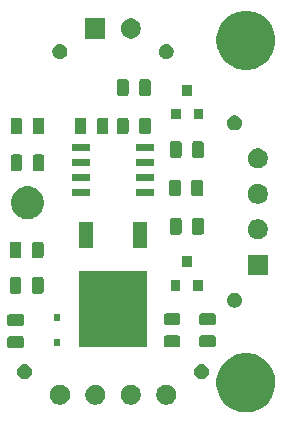
<source format=gbr>
G04 #@! TF.GenerationSoftware,KiCad,Pcbnew,(5.0.2)-1*
G04 #@! TF.CreationDate,2019-03-07T22:37:32-06:00*
G04 #@! TF.ProjectId,Contactor,436f6e74-6163-4746-9f72-2e6b69636164,rev?*
G04 #@! TF.SameCoordinates,Original*
G04 #@! TF.FileFunction,Soldermask,Top*
G04 #@! TF.FilePolarity,Negative*
%FSLAX46Y46*%
G04 Gerber Fmt 4.6, Leading zero omitted, Abs format (unit mm)*
G04 Created by KiCad (PCBNEW (5.0.2)-1) date 3/7/2019 10:37:32 PM*
%MOMM*%
%LPD*%
G01*
G04 APERTURE LIST*
%ADD10C,0.100000*%
G04 APERTURE END LIST*
D10*
G36*
X173318225Y-127064049D02*
X173479223Y-127096074D01*
X173667677Y-127174134D01*
X173934193Y-127284528D01*
X174343660Y-127558126D01*
X174691874Y-127906340D01*
X174965472Y-128315807D01*
X175032430Y-128477459D01*
X175153926Y-128770777D01*
X175185951Y-128931775D01*
X175250000Y-129253770D01*
X175250000Y-129746230D01*
X175153926Y-130229222D01*
X174965472Y-130684193D01*
X174691874Y-131093660D01*
X174343660Y-131441874D01*
X173934193Y-131715472D01*
X173667677Y-131825866D01*
X173479223Y-131903926D01*
X173318225Y-131935951D01*
X172996230Y-132000000D01*
X172503770Y-132000000D01*
X172181775Y-131935951D01*
X172020777Y-131903926D01*
X171832323Y-131825866D01*
X171565807Y-131715472D01*
X171156340Y-131441874D01*
X170808126Y-131093660D01*
X170534528Y-130684193D01*
X170346074Y-130229222D01*
X170250000Y-129746230D01*
X170250000Y-129253770D01*
X170314049Y-128931775D01*
X170346074Y-128770777D01*
X170467570Y-128477459D01*
X170534528Y-128315807D01*
X170808126Y-127906340D01*
X171156340Y-127558126D01*
X171565807Y-127284528D01*
X171832323Y-127174134D01*
X172020777Y-127096074D01*
X172181775Y-127064049D01*
X172503770Y-127000000D01*
X172996230Y-127000000D01*
X173318225Y-127064049D01*
X173318225Y-127064049D01*
G37*
G36*
X166247934Y-129682664D02*
X166402627Y-129746740D01*
X166541847Y-129839764D01*
X166660236Y-129958153D01*
X166753260Y-130097373D01*
X166817336Y-130252066D01*
X166850000Y-130416281D01*
X166850000Y-130583719D01*
X166817336Y-130747934D01*
X166753260Y-130902627D01*
X166660236Y-131041847D01*
X166541847Y-131160236D01*
X166402627Y-131253260D01*
X166247934Y-131317336D01*
X166083719Y-131350000D01*
X165916281Y-131350000D01*
X165752066Y-131317336D01*
X165597373Y-131253260D01*
X165458153Y-131160236D01*
X165339764Y-131041847D01*
X165246740Y-130902627D01*
X165182664Y-130747934D01*
X165150000Y-130583719D01*
X165150000Y-130416281D01*
X165182664Y-130252066D01*
X165246740Y-130097373D01*
X165339764Y-129958153D01*
X165458153Y-129839764D01*
X165597373Y-129746740D01*
X165752066Y-129682664D01*
X165916281Y-129650000D01*
X166083719Y-129650000D01*
X166247934Y-129682664D01*
X166247934Y-129682664D01*
G37*
G36*
X157247934Y-129682664D02*
X157402627Y-129746740D01*
X157541847Y-129839764D01*
X157660236Y-129958153D01*
X157753260Y-130097373D01*
X157817336Y-130252066D01*
X157850000Y-130416281D01*
X157850000Y-130583719D01*
X157817336Y-130747934D01*
X157753260Y-130902627D01*
X157660236Y-131041847D01*
X157541847Y-131160236D01*
X157402627Y-131253260D01*
X157247934Y-131317336D01*
X157083719Y-131350000D01*
X156916281Y-131350000D01*
X156752066Y-131317336D01*
X156597373Y-131253260D01*
X156458153Y-131160236D01*
X156339764Y-131041847D01*
X156246740Y-130902627D01*
X156182664Y-130747934D01*
X156150000Y-130583719D01*
X156150000Y-130416281D01*
X156182664Y-130252066D01*
X156246740Y-130097373D01*
X156339764Y-129958153D01*
X156458153Y-129839764D01*
X156597373Y-129746740D01*
X156752066Y-129682664D01*
X156916281Y-129650000D01*
X157083719Y-129650000D01*
X157247934Y-129682664D01*
X157247934Y-129682664D01*
G37*
G36*
X163247934Y-129682664D02*
X163402627Y-129746740D01*
X163541847Y-129839764D01*
X163660236Y-129958153D01*
X163753260Y-130097373D01*
X163817336Y-130252066D01*
X163850000Y-130416281D01*
X163850000Y-130583719D01*
X163817336Y-130747934D01*
X163753260Y-130902627D01*
X163660236Y-131041847D01*
X163541847Y-131160236D01*
X163402627Y-131253260D01*
X163247934Y-131317336D01*
X163083719Y-131350000D01*
X162916281Y-131350000D01*
X162752066Y-131317336D01*
X162597373Y-131253260D01*
X162458153Y-131160236D01*
X162339764Y-131041847D01*
X162246740Y-130902627D01*
X162182664Y-130747934D01*
X162150000Y-130583719D01*
X162150000Y-130416281D01*
X162182664Y-130252066D01*
X162246740Y-130097373D01*
X162339764Y-129958153D01*
X162458153Y-129839764D01*
X162597373Y-129746740D01*
X162752066Y-129682664D01*
X162916281Y-129650000D01*
X163083719Y-129650000D01*
X163247934Y-129682664D01*
X163247934Y-129682664D01*
G37*
G36*
X160247934Y-129682664D02*
X160402627Y-129746740D01*
X160541847Y-129839764D01*
X160660236Y-129958153D01*
X160753260Y-130097373D01*
X160817336Y-130252066D01*
X160850000Y-130416281D01*
X160850000Y-130583719D01*
X160817336Y-130747934D01*
X160753260Y-130902627D01*
X160660236Y-131041847D01*
X160541847Y-131160236D01*
X160402627Y-131253260D01*
X160247934Y-131317336D01*
X160083719Y-131350000D01*
X159916281Y-131350000D01*
X159752066Y-131317336D01*
X159597373Y-131253260D01*
X159458153Y-131160236D01*
X159339764Y-131041847D01*
X159246740Y-130902627D01*
X159182664Y-130747934D01*
X159150000Y-130583719D01*
X159150000Y-130416281D01*
X159182664Y-130252066D01*
X159246740Y-130097373D01*
X159339764Y-129958153D01*
X159458153Y-129839764D01*
X159597373Y-129746740D01*
X159752066Y-129682664D01*
X159916281Y-129650000D01*
X160083719Y-129650000D01*
X160247934Y-129682664D01*
X160247934Y-129682664D01*
G37*
G36*
X154185223Y-127929403D02*
X154300784Y-127977270D01*
X154404792Y-128046766D01*
X154493234Y-128135208D01*
X154562730Y-128239216D01*
X154610597Y-128354777D01*
X154635000Y-128477459D01*
X154635000Y-128602541D01*
X154610597Y-128725223D01*
X154562730Y-128840784D01*
X154493234Y-128944792D01*
X154404792Y-129033234D01*
X154300784Y-129102730D01*
X154185223Y-129150597D01*
X154062542Y-129175000D01*
X153937458Y-129175000D01*
X153814777Y-129150597D01*
X153699216Y-129102730D01*
X153595208Y-129033234D01*
X153506766Y-128944792D01*
X153437270Y-128840784D01*
X153389403Y-128725223D01*
X153365000Y-128602541D01*
X153365000Y-128477459D01*
X153389403Y-128354777D01*
X153437270Y-128239216D01*
X153506766Y-128135208D01*
X153595208Y-128046766D01*
X153699216Y-127977270D01*
X153814777Y-127929403D01*
X153937458Y-127905000D01*
X154062542Y-127905000D01*
X154185223Y-127929403D01*
X154185223Y-127929403D01*
G37*
G36*
X169185223Y-127929403D02*
X169300784Y-127977270D01*
X169404792Y-128046766D01*
X169493234Y-128135208D01*
X169562730Y-128239216D01*
X169610597Y-128354777D01*
X169635000Y-128477459D01*
X169635000Y-128602541D01*
X169610597Y-128725223D01*
X169562730Y-128840784D01*
X169493234Y-128944792D01*
X169404792Y-129033234D01*
X169300784Y-129102730D01*
X169185223Y-129150597D01*
X169062542Y-129175000D01*
X168937458Y-129175000D01*
X168814777Y-129150597D01*
X168699216Y-129102730D01*
X168595208Y-129033234D01*
X168506766Y-128944792D01*
X168437270Y-128840784D01*
X168389403Y-128725223D01*
X168365000Y-128602541D01*
X168365000Y-128477459D01*
X168389403Y-128354777D01*
X168437270Y-128239216D01*
X168506766Y-128135208D01*
X168595208Y-128046766D01*
X168699216Y-127977270D01*
X168814777Y-127929403D01*
X168937458Y-127905000D01*
X169062542Y-127905000D01*
X169185223Y-127929403D01*
X169185223Y-127929403D01*
G37*
G36*
X153803992Y-125566576D02*
X153837883Y-125576857D01*
X153869111Y-125593548D01*
X153896485Y-125616015D01*
X153918952Y-125643389D01*
X153935643Y-125674617D01*
X153945924Y-125708508D01*
X153950000Y-125749891D01*
X153950000Y-126350109D01*
X153945924Y-126391492D01*
X153935643Y-126425383D01*
X153918952Y-126456611D01*
X153896485Y-126483985D01*
X153869111Y-126506452D01*
X153837883Y-126523143D01*
X153803992Y-126533424D01*
X153762609Y-126537500D01*
X152737391Y-126537500D01*
X152696008Y-126533424D01*
X152662117Y-126523143D01*
X152630889Y-126506452D01*
X152603515Y-126483985D01*
X152581048Y-126456611D01*
X152564357Y-126425383D01*
X152554076Y-126391492D01*
X152550000Y-126350109D01*
X152550000Y-125749891D01*
X152554076Y-125708508D01*
X152564357Y-125674617D01*
X152581048Y-125643389D01*
X152603515Y-125616015D01*
X152630889Y-125593548D01*
X152662117Y-125576857D01*
X152696008Y-125566576D01*
X152737391Y-125562500D01*
X153762609Y-125562500D01*
X153803992Y-125566576D01*
X153803992Y-125566576D01*
G37*
G36*
X170053194Y-125496906D02*
X170087085Y-125507187D01*
X170118313Y-125523878D01*
X170145687Y-125546345D01*
X170168154Y-125573719D01*
X170184845Y-125604947D01*
X170195126Y-125638838D01*
X170199202Y-125680221D01*
X170199202Y-126280439D01*
X170195126Y-126321822D01*
X170184845Y-126355713D01*
X170168154Y-126386941D01*
X170145687Y-126414315D01*
X170118313Y-126436782D01*
X170087085Y-126453473D01*
X170053194Y-126463754D01*
X170011811Y-126467830D01*
X168986593Y-126467830D01*
X168945210Y-126463754D01*
X168911319Y-126453473D01*
X168880091Y-126436782D01*
X168852717Y-126414315D01*
X168830250Y-126386941D01*
X168813559Y-126355713D01*
X168803278Y-126321822D01*
X168799202Y-126280439D01*
X168799202Y-125680221D01*
X168803278Y-125638838D01*
X168813559Y-125604947D01*
X168830250Y-125573719D01*
X168852717Y-125546345D01*
X168880091Y-125523878D01*
X168911319Y-125507187D01*
X168945210Y-125496906D01*
X168986593Y-125492830D01*
X170011811Y-125492830D01*
X170053194Y-125496906D01*
X170053194Y-125496906D01*
G37*
G36*
X167053992Y-125496906D02*
X167087883Y-125507187D01*
X167119111Y-125523878D01*
X167146485Y-125546345D01*
X167168952Y-125573719D01*
X167185643Y-125604947D01*
X167195924Y-125638838D01*
X167200000Y-125680221D01*
X167200000Y-126280439D01*
X167195924Y-126321822D01*
X167185643Y-126355713D01*
X167168952Y-126386941D01*
X167146485Y-126414315D01*
X167119111Y-126436782D01*
X167087883Y-126453473D01*
X167053992Y-126463754D01*
X167012609Y-126467830D01*
X165987391Y-126467830D01*
X165946008Y-126463754D01*
X165912117Y-126453473D01*
X165880889Y-126436782D01*
X165853515Y-126414315D01*
X165831048Y-126386941D01*
X165814357Y-126355713D01*
X165804076Y-126321822D01*
X165800000Y-126280439D01*
X165800000Y-125680221D01*
X165804076Y-125638838D01*
X165814357Y-125604947D01*
X165831048Y-125573719D01*
X165853515Y-125546345D01*
X165880889Y-125523878D01*
X165912117Y-125507187D01*
X165946008Y-125496906D01*
X165987391Y-125492830D01*
X167012609Y-125492830D01*
X167053992Y-125496906D01*
X167053992Y-125496906D01*
G37*
G36*
X164400000Y-126450000D02*
X158600000Y-126450000D01*
X158600000Y-120050000D01*
X164400000Y-120050000D01*
X164400000Y-126450000D01*
X164400000Y-126450000D01*
G37*
G36*
X156975000Y-126350000D02*
X156525000Y-126350000D01*
X156525000Y-125750000D01*
X156975000Y-125750000D01*
X156975000Y-126350000D01*
X156975000Y-126350000D01*
G37*
G36*
X153803992Y-123691576D02*
X153837883Y-123701857D01*
X153869111Y-123718548D01*
X153896485Y-123741015D01*
X153918952Y-123768389D01*
X153935643Y-123799617D01*
X153945924Y-123833508D01*
X153950000Y-123874891D01*
X153950000Y-124475109D01*
X153945924Y-124516492D01*
X153935643Y-124550383D01*
X153918952Y-124581611D01*
X153896485Y-124608985D01*
X153869111Y-124631452D01*
X153837883Y-124648143D01*
X153803992Y-124658424D01*
X153762609Y-124662500D01*
X152737391Y-124662500D01*
X152696008Y-124658424D01*
X152662117Y-124648143D01*
X152630889Y-124631452D01*
X152603515Y-124608985D01*
X152581048Y-124581611D01*
X152564357Y-124550383D01*
X152554076Y-124516492D01*
X152550000Y-124475109D01*
X152550000Y-123874891D01*
X152554076Y-123833508D01*
X152564357Y-123799617D01*
X152581048Y-123768389D01*
X152603515Y-123741015D01*
X152630889Y-123718548D01*
X152662117Y-123701857D01*
X152696008Y-123691576D01*
X152737391Y-123687500D01*
X153762609Y-123687500D01*
X153803992Y-123691576D01*
X153803992Y-123691576D01*
G37*
G36*
X170053194Y-123621906D02*
X170087085Y-123632187D01*
X170118313Y-123648878D01*
X170145687Y-123671345D01*
X170168154Y-123698719D01*
X170184845Y-123729947D01*
X170195126Y-123763838D01*
X170199202Y-123805221D01*
X170199202Y-124405439D01*
X170195126Y-124446822D01*
X170184845Y-124480713D01*
X170168154Y-124511941D01*
X170145687Y-124539315D01*
X170118313Y-124561782D01*
X170087085Y-124578473D01*
X170053194Y-124588754D01*
X170011811Y-124592830D01*
X168986593Y-124592830D01*
X168945210Y-124588754D01*
X168911319Y-124578473D01*
X168880091Y-124561782D01*
X168852717Y-124539315D01*
X168830250Y-124511941D01*
X168813559Y-124480713D01*
X168803278Y-124446822D01*
X168799202Y-124405439D01*
X168799202Y-123805221D01*
X168803278Y-123763838D01*
X168813559Y-123729947D01*
X168830250Y-123698719D01*
X168852717Y-123671345D01*
X168880091Y-123648878D01*
X168911319Y-123632187D01*
X168945210Y-123621906D01*
X168986593Y-123617830D01*
X170011811Y-123617830D01*
X170053194Y-123621906D01*
X170053194Y-123621906D01*
G37*
G36*
X167053992Y-123621906D02*
X167087883Y-123632187D01*
X167119111Y-123648878D01*
X167146485Y-123671345D01*
X167168952Y-123698719D01*
X167185643Y-123729947D01*
X167195924Y-123763838D01*
X167200000Y-123805221D01*
X167200000Y-124405439D01*
X167195924Y-124446822D01*
X167185643Y-124480713D01*
X167168952Y-124511941D01*
X167146485Y-124539315D01*
X167119111Y-124561782D01*
X167087883Y-124578473D01*
X167053992Y-124588754D01*
X167012609Y-124592830D01*
X165987391Y-124592830D01*
X165946008Y-124588754D01*
X165912117Y-124578473D01*
X165880889Y-124561782D01*
X165853515Y-124539315D01*
X165831048Y-124511941D01*
X165814357Y-124480713D01*
X165804076Y-124446822D01*
X165800000Y-124405439D01*
X165800000Y-123805221D01*
X165804076Y-123763838D01*
X165814357Y-123729947D01*
X165831048Y-123698719D01*
X165853515Y-123671345D01*
X165880889Y-123648878D01*
X165912117Y-123632187D01*
X165946008Y-123621906D01*
X165987391Y-123617830D01*
X167012609Y-123617830D01*
X167053992Y-123621906D01*
X167053992Y-123621906D01*
G37*
G36*
X156975000Y-124250000D02*
X156525000Y-124250000D01*
X156525000Y-123650000D01*
X156975000Y-123650000D01*
X156975000Y-124250000D01*
X156975000Y-124250000D01*
G37*
G36*
X171920948Y-121878607D02*
X171975223Y-121889403D01*
X172090784Y-121937270D01*
X172194792Y-122006766D01*
X172283234Y-122095208D01*
X172352730Y-122199216D01*
X172400597Y-122314777D01*
X172425000Y-122437459D01*
X172425000Y-122562541D01*
X172400597Y-122685223D01*
X172352730Y-122800784D01*
X172283234Y-122904792D01*
X172194792Y-122993234D01*
X172090784Y-123062730D01*
X171975223Y-123110597D01*
X171852542Y-123135000D01*
X171727458Y-123135000D01*
X171604777Y-123110597D01*
X171489216Y-123062730D01*
X171385208Y-122993234D01*
X171296766Y-122904792D01*
X171227270Y-122800784D01*
X171179403Y-122685223D01*
X171155000Y-122562541D01*
X171155000Y-122437459D01*
X171179403Y-122314777D01*
X171227270Y-122199216D01*
X171296766Y-122095208D01*
X171385208Y-122006766D01*
X171489216Y-121937270D01*
X171604777Y-121889403D01*
X171659052Y-121878607D01*
X171727458Y-121865000D01*
X171852542Y-121865000D01*
X171920948Y-121878607D01*
X171920948Y-121878607D01*
G37*
G36*
X155466492Y-120554076D02*
X155500383Y-120564357D01*
X155531611Y-120581048D01*
X155558985Y-120603515D01*
X155581452Y-120630889D01*
X155598143Y-120662117D01*
X155608424Y-120696008D01*
X155612500Y-120737391D01*
X155612500Y-121762609D01*
X155608424Y-121803992D01*
X155598143Y-121837883D01*
X155581452Y-121869111D01*
X155558985Y-121896485D01*
X155531611Y-121918952D01*
X155500383Y-121935643D01*
X155466492Y-121945924D01*
X155425109Y-121950000D01*
X154824891Y-121950000D01*
X154783508Y-121945924D01*
X154749617Y-121935643D01*
X154718389Y-121918952D01*
X154691015Y-121896485D01*
X154668548Y-121869111D01*
X154651857Y-121837883D01*
X154641576Y-121803992D01*
X154637500Y-121762609D01*
X154637500Y-120737391D01*
X154641576Y-120696008D01*
X154651857Y-120662117D01*
X154668548Y-120630889D01*
X154691015Y-120603515D01*
X154718389Y-120581048D01*
X154749617Y-120564357D01*
X154783508Y-120554076D01*
X154824891Y-120550000D01*
X155425109Y-120550000D01*
X155466492Y-120554076D01*
X155466492Y-120554076D01*
G37*
G36*
X153591492Y-120554076D02*
X153625383Y-120564357D01*
X153656611Y-120581048D01*
X153683985Y-120603515D01*
X153706452Y-120630889D01*
X153723143Y-120662117D01*
X153733424Y-120696008D01*
X153737500Y-120737391D01*
X153737500Y-121762609D01*
X153733424Y-121803992D01*
X153723143Y-121837883D01*
X153706452Y-121869111D01*
X153683985Y-121896485D01*
X153656611Y-121918952D01*
X153625383Y-121935643D01*
X153591492Y-121945924D01*
X153550109Y-121950000D01*
X152949891Y-121950000D01*
X152908508Y-121945924D01*
X152874617Y-121935643D01*
X152843389Y-121918952D01*
X152816015Y-121896485D01*
X152793548Y-121869111D01*
X152776857Y-121837883D01*
X152766576Y-121803992D01*
X152762500Y-121762609D01*
X152762500Y-120737391D01*
X152766576Y-120696008D01*
X152776857Y-120662117D01*
X152793548Y-120630889D01*
X152816015Y-120603515D01*
X152843389Y-120581048D01*
X152874617Y-120564357D01*
X152908508Y-120554076D01*
X152949891Y-120550000D01*
X153550109Y-120550000D01*
X153591492Y-120554076D01*
X153591492Y-120554076D01*
G37*
G36*
X167200000Y-121700000D02*
X166400000Y-121700000D01*
X166400000Y-120800000D01*
X167200000Y-120800000D01*
X167200000Y-121700000D01*
X167200000Y-121700000D01*
G37*
G36*
X169100000Y-121700000D02*
X168300000Y-121700000D01*
X168300000Y-120800000D01*
X169100000Y-120800000D01*
X169100000Y-121700000D01*
X169100000Y-121700000D01*
G37*
G36*
X174600000Y-120350000D02*
X172900000Y-120350000D01*
X172900000Y-118650000D01*
X174600000Y-118650000D01*
X174600000Y-120350000D01*
X174600000Y-120350000D01*
G37*
G36*
X168150000Y-119700000D02*
X167350000Y-119700000D01*
X167350000Y-118800000D01*
X168150000Y-118800000D01*
X168150000Y-119700000D01*
X168150000Y-119700000D01*
G37*
G36*
X155466492Y-117554076D02*
X155500383Y-117564357D01*
X155531611Y-117581048D01*
X155558985Y-117603515D01*
X155581452Y-117630889D01*
X155598143Y-117662117D01*
X155608424Y-117696008D01*
X155612500Y-117737391D01*
X155612500Y-118762609D01*
X155608424Y-118803992D01*
X155598143Y-118837883D01*
X155581452Y-118869111D01*
X155558985Y-118896485D01*
X155531611Y-118918952D01*
X155500383Y-118935643D01*
X155466492Y-118945924D01*
X155425109Y-118950000D01*
X154824891Y-118950000D01*
X154783508Y-118945924D01*
X154749617Y-118935643D01*
X154718389Y-118918952D01*
X154691015Y-118896485D01*
X154668548Y-118869111D01*
X154651857Y-118837883D01*
X154641576Y-118803992D01*
X154637500Y-118762609D01*
X154637500Y-117737391D01*
X154641576Y-117696008D01*
X154651857Y-117662117D01*
X154668548Y-117630889D01*
X154691015Y-117603515D01*
X154718389Y-117581048D01*
X154749617Y-117564357D01*
X154783508Y-117554076D01*
X154824891Y-117550000D01*
X155425109Y-117550000D01*
X155466492Y-117554076D01*
X155466492Y-117554076D01*
G37*
G36*
X153591492Y-117554076D02*
X153625383Y-117564357D01*
X153656611Y-117581048D01*
X153683985Y-117603515D01*
X153706452Y-117630889D01*
X153723143Y-117662117D01*
X153733424Y-117696008D01*
X153737500Y-117737391D01*
X153737500Y-118762609D01*
X153733424Y-118803992D01*
X153723143Y-118837883D01*
X153706452Y-118869111D01*
X153683985Y-118896485D01*
X153656611Y-118918952D01*
X153625383Y-118935643D01*
X153591492Y-118945924D01*
X153550109Y-118950000D01*
X152949891Y-118950000D01*
X152908508Y-118945924D01*
X152874617Y-118935643D01*
X152843389Y-118918952D01*
X152816015Y-118896485D01*
X152793548Y-118869111D01*
X152776857Y-118837883D01*
X152766576Y-118803992D01*
X152762500Y-118762609D01*
X152762500Y-117737391D01*
X152766576Y-117696008D01*
X152776857Y-117662117D01*
X152793548Y-117630889D01*
X152816015Y-117603515D01*
X152843389Y-117581048D01*
X152874617Y-117564357D01*
X152908508Y-117554076D01*
X152949891Y-117550000D01*
X153550109Y-117550000D01*
X153591492Y-117554076D01*
X153591492Y-117554076D01*
G37*
G36*
X164380000Y-118050000D02*
X163180000Y-118050000D01*
X163180000Y-115850000D01*
X164380000Y-115850000D01*
X164380000Y-118050000D01*
X164380000Y-118050000D01*
G37*
G36*
X159820000Y-118050000D02*
X158620000Y-118050000D01*
X158620000Y-115850000D01*
X159820000Y-115850000D01*
X159820000Y-118050000D01*
X159820000Y-118050000D01*
G37*
G36*
X173997934Y-115682664D02*
X174152627Y-115746740D01*
X174291847Y-115839764D01*
X174410236Y-115958153D01*
X174503260Y-116097373D01*
X174567336Y-116252066D01*
X174600000Y-116416281D01*
X174600000Y-116583719D01*
X174567336Y-116747934D01*
X174503260Y-116902627D01*
X174410236Y-117041847D01*
X174291847Y-117160236D01*
X174152627Y-117253260D01*
X173997934Y-117317336D01*
X173833719Y-117350000D01*
X173666281Y-117350000D01*
X173502066Y-117317336D01*
X173347373Y-117253260D01*
X173208153Y-117160236D01*
X173089764Y-117041847D01*
X172996740Y-116902627D01*
X172932664Y-116747934D01*
X172900000Y-116583719D01*
X172900000Y-116416281D01*
X172932664Y-116252066D01*
X172996740Y-116097373D01*
X173089764Y-115958153D01*
X173208153Y-115839764D01*
X173347373Y-115746740D01*
X173502066Y-115682664D01*
X173666281Y-115650000D01*
X173833719Y-115650000D01*
X173997934Y-115682664D01*
X173997934Y-115682664D01*
G37*
G36*
X167153992Y-115554076D02*
X167187883Y-115564357D01*
X167219111Y-115581048D01*
X167246485Y-115603515D01*
X167268952Y-115630889D01*
X167285643Y-115662117D01*
X167295924Y-115696008D01*
X167300000Y-115737391D01*
X167300000Y-116762609D01*
X167295924Y-116803992D01*
X167285643Y-116837883D01*
X167268952Y-116869111D01*
X167246485Y-116896485D01*
X167219111Y-116918952D01*
X167187883Y-116935643D01*
X167153992Y-116945924D01*
X167112609Y-116950000D01*
X166512391Y-116950000D01*
X166471008Y-116945924D01*
X166437117Y-116935643D01*
X166405889Y-116918952D01*
X166378515Y-116896485D01*
X166356048Y-116869111D01*
X166339357Y-116837883D01*
X166329076Y-116803992D01*
X166325000Y-116762609D01*
X166325000Y-115737391D01*
X166329076Y-115696008D01*
X166339357Y-115662117D01*
X166356048Y-115630889D01*
X166378515Y-115603515D01*
X166405889Y-115581048D01*
X166437117Y-115564357D01*
X166471008Y-115554076D01*
X166512391Y-115550000D01*
X167112609Y-115550000D01*
X167153992Y-115554076D01*
X167153992Y-115554076D01*
G37*
G36*
X169028992Y-115554076D02*
X169062883Y-115564357D01*
X169094111Y-115581048D01*
X169121485Y-115603515D01*
X169143952Y-115630889D01*
X169160643Y-115662117D01*
X169170924Y-115696008D01*
X169175000Y-115737391D01*
X169175000Y-116762609D01*
X169170924Y-116803992D01*
X169160643Y-116837883D01*
X169143952Y-116869111D01*
X169121485Y-116896485D01*
X169094111Y-116918952D01*
X169062883Y-116935643D01*
X169028992Y-116945924D01*
X168987609Y-116950000D01*
X168387391Y-116950000D01*
X168346008Y-116945924D01*
X168312117Y-116935643D01*
X168280889Y-116918952D01*
X168253515Y-116896485D01*
X168231048Y-116869111D01*
X168214357Y-116837883D01*
X168204076Y-116803992D01*
X168200000Y-116762609D01*
X168200000Y-115737391D01*
X168204076Y-115696008D01*
X168214357Y-115662117D01*
X168231048Y-115630889D01*
X168253515Y-115603515D01*
X168280889Y-115581048D01*
X168312117Y-115564357D01*
X168346008Y-115554076D01*
X168387391Y-115550000D01*
X168987609Y-115550000D01*
X169028992Y-115554076D01*
X169028992Y-115554076D01*
G37*
G36*
X154523126Y-112876900D02*
X154658365Y-112903801D01*
X154913149Y-113009336D01*
X155044905Y-113097373D01*
X155142451Y-113162551D01*
X155337449Y-113357549D01*
X155337451Y-113357552D01*
X155488571Y-113583718D01*
X155490665Y-113586853D01*
X155492660Y-113591670D01*
X155557388Y-113747936D01*
X155596199Y-113841636D01*
X155650000Y-114112111D01*
X155650000Y-114387889D01*
X155596199Y-114658364D01*
X155490665Y-114913147D01*
X155337449Y-115142451D01*
X155142451Y-115337449D01*
X155142448Y-115337451D01*
X154913149Y-115490664D01*
X154658365Y-115596199D01*
X154531706Y-115621393D01*
X154387889Y-115650000D01*
X154112111Y-115650000D01*
X153968294Y-115621393D01*
X153841635Y-115596199D01*
X153586851Y-115490664D01*
X153357552Y-115337451D01*
X153357549Y-115337449D01*
X153162551Y-115142451D01*
X153009335Y-114913147D01*
X152903801Y-114658364D01*
X152850000Y-114387889D01*
X152850000Y-114112111D01*
X152903801Y-113841636D01*
X152942613Y-113747936D01*
X153007340Y-113591670D01*
X153009335Y-113586853D01*
X153011430Y-113583718D01*
X153162549Y-113357552D01*
X153162551Y-113357549D01*
X153357549Y-113162551D01*
X153455095Y-113097373D01*
X153586851Y-113009336D01*
X153841635Y-112903801D01*
X153976874Y-112876900D01*
X154112111Y-112850000D01*
X154387889Y-112850000D01*
X154523126Y-112876900D01*
X154523126Y-112876900D01*
G37*
G36*
X173997934Y-112682664D02*
X174152627Y-112746740D01*
X174291847Y-112839764D01*
X174410236Y-112958153D01*
X174503260Y-113097373D01*
X174567336Y-113252066D01*
X174600000Y-113416281D01*
X174600000Y-113583719D01*
X174567336Y-113747934D01*
X174503260Y-113902627D01*
X174410236Y-114041847D01*
X174291847Y-114160236D01*
X174152627Y-114253260D01*
X173997934Y-114317336D01*
X173833719Y-114350000D01*
X173666281Y-114350000D01*
X173502066Y-114317336D01*
X173347373Y-114253260D01*
X173208153Y-114160236D01*
X173089764Y-114041847D01*
X172996740Y-113902627D01*
X172932664Y-113747934D01*
X172900000Y-113583719D01*
X172900000Y-113416281D01*
X172932664Y-113252066D01*
X172996740Y-113097373D01*
X173089764Y-112958153D01*
X173208153Y-112839764D01*
X173347373Y-112746740D01*
X173502066Y-112682664D01*
X173666281Y-112650000D01*
X173833719Y-112650000D01*
X173997934Y-112682664D01*
X173997934Y-112682664D01*
G37*
G36*
X164975000Y-113705000D02*
X163425000Y-113705000D01*
X163425000Y-113105000D01*
X164975000Y-113105000D01*
X164975000Y-113705000D01*
X164975000Y-113705000D01*
G37*
G36*
X159575000Y-113705000D02*
X158025000Y-113705000D01*
X158025000Y-113105000D01*
X159575000Y-113105000D01*
X159575000Y-113705000D01*
X159575000Y-113705000D01*
G37*
G36*
X167091492Y-112304076D02*
X167125383Y-112314357D01*
X167156611Y-112331048D01*
X167183985Y-112353515D01*
X167206452Y-112380889D01*
X167223143Y-112412117D01*
X167233424Y-112446008D01*
X167237500Y-112487391D01*
X167237500Y-113512609D01*
X167233424Y-113553992D01*
X167223143Y-113587883D01*
X167206452Y-113619111D01*
X167183985Y-113646485D01*
X167156611Y-113668952D01*
X167125383Y-113685643D01*
X167091492Y-113695924D01*
X167050109Y-113700000D01*
X166449891Y-113700000D01*
X166408508Y-113695924D01*
X166374617Y-113685643D01*
X166343389Y-113668952D01*
X166316015Y-113646485D01*
X166293548Y-113619111D01*
X166276857Y-113587883D01*
X166266576Y-113553992D01*
X166262500Y-113512609D01*
X166262500Y-112487391D01*
X166266576Y-112446008D01*
X166276857Y-112412117D01*
X166293548Y-112380889D01*
X166316015Y-112353515D01*
X166343389Y-112331048D01*
X166374617Y-112314357D01*
X166408508Y-112304076D01*
X166449891Y-112300000D01*
X167050109Y-112300000D01*
X167091492Y-112304076D01*
X167091492Y-112304076D01*
G37*
G36*
X168966492Y-112304076D02*
X169000383Y-112314357D01*
X169031611Y-112331048D01*
X169058985Y-112353515D01*
X169081452Y-112380889D01*
X169098143Y-112412117D01*
X169108424Y-112446008D01*
X169112500Y-112487391D01*
X169112500Y-113512609D01*
X169108424Y-113553992D01*
X169098143Y-113587883D01*
X169081452Y-113619111D01*
X169058985Y-113646485D01*
X169031611Y-113668952D01*
X169000383Y-113685643D01*
X168966492Y-113695924D01*
X168925109Y-113700000D01*
X168324891Y-113700000D01*
X168283508Y-113695924D01*
X168249617Y-113685643D01*
X168218389Y-113668952D01*
X168191015Y-113646485D01*
X168168548Y-113619111D01*
X168151857Y-113587883D01*
X168141576Y-113553992D01*
X168137500Y-113512609D01*
X168137500Y-112487391D01*
X168141576Y-112446008D01*
X168151857Y-112412117D01*
X168168548Y-112380889D01*
X168191015Y-112353515D01*
X168218389Y-112331048D01*
X168249617Y-112314357D01*
X168283508Y-112304076D01*
X168324891Y-112300000D01*
X168925109Y-112300000D01*
X168966492Y-112304076D01*
X168966492Y-112304076D01*
G37*
G36*
X164975000Y-112435000D02*
X163425000Y-112435000D01*
X163425000Y-111835000D01*
X164975000Y-111835000D01*
X164975000Y-112435000D01*
X164975000Y-112435000D01*
G37*
G36*
X159575000Y-112435000D02*
X158025000Y-112435000D01*
X158025000Y-111835000D01*
X159575000Y-111835000D01*
X159575000Y-112435000D01*
X159575000Y-112435000D01*
G37*
G36*
X155528992Y-110174076D02*
X155562883Y-110184357D01*
X155594111Y-110201048D01*
X155621485Y-110223515D01*
X155643952Y-110250889D01*
X155660643Y-110282117D01*
X155670924Y-110316008D01*
X155675000Y-110357391D01*
X155675000Y-111382609D01*
X155670924Y-111423992D01*
X155660643Y-111457883D01*
X155643952Y-111489111D01*
X155621485Y-111516485D01*
X155594111Y-111538952D01*
X155562883Y-111555643D01*
X155528992Y-111565924D01*
X155487609Y-111570000D01*
X154887391Y-111570000D01*
X154846008Y-111565924D01*
X154812117Y-111555643D01*
X154780889Y-111538952D01*
X154753515Y-111516485D01*
X154731048Y-111489111D01*
X154714357Y-111457883D01*
X154704076Y-111423992D01*
X154700000Y-111382609D01*
X154700000Y-110357391D01*
X154704076Y-110316008D01*
X154714357Y-110282117D01*
X154731048Y-110250889D01*
X154753515Y-110223515D01*
X154780889Y-110201048D01*
X154812117Y-110184357D01*
X154846008Y-110174076D01*
X154887391Y-110170000D01*
X155487609Y-110170000D01*
X155528992Y-110174076D01*
X155528992Y-110174076D01*
G37*
G36*
X153653992Y-110174076D02*
X153687883Y-110184357D01*
X153719111Y-110201048D01*
X153746485Y-110223515D01*
X153768952Y-110250889D01*
X153785643Y-110282117D01*
X153795924Y-110316008D01*
X153800000Y-110357391D01*
X153800000Y-111382609D01*
X153795924Y-111423992D01*
X153785643Y-111457883D01*
X153768952Y-111489111D01*
X153746485Y-111516485D01*
X153719111Y-111538952D01*
X153687883Y-111555643D01*
X153653992Y-111565924D01*
X153612609Y-111570000D01*
X153012391Y-111570000D01*
X152971008Y-111565924D01*
X152937117Y-111555643D01*
X152905889Y-111538952D01*
X152878515Y-111516485D01*
X152856048Y-111489111D01*
X152839357Y-111457883D01*
X152829076Y-111423992D01*
X152825000Y-111382609D01*
X152825000Y-110357391D01*
X152829076Y-110316008D01*
X152839357Y-110282117D01*
X152856048Y-110250889D01*
X152878515Y-110223515D01*
X152905889Y-110201048D01*
X152937117Y-110184357D01*
X152971008Y-110174076D01*
X153012391Y-110170000D01*
X153612609Y-110170000D01*
X153653992Y-110174076D01*
X153653992Y-110174076D01*
G37*
G36*
X173997934Y-109682664D02*
X174152627Y-109746740D01*
X174291847Y-109839764D01*
X174410236Y-109958153D01*
X174503260Y-110097373D01*
X174567336Y-110252066D01*
X174600000Y-110416281D01*
X174600000Y-110583719D01*
X174567336Y-110747934D01*
X174503260Y-110902627D01*
X174410236Y-111041847D01*
X174291847Y-111160236D01*
X174152627Y-111253260D01*
X173997934Y-111317336D01*
X173833719Y-111350000D01*
X173666281Y-111350000D01*
X173502066Y-111317336D01*
X173347373Y-111253260D01*
X173208153Y-111160236D01*
X173089764Y-111041847D01*
X172996740Y-110902627D01*
X172932664Y-110747934D01*
X172900000Y-110583719D01*
X172900000Y-110416281D01*
X172932664Y-110252066D01*
X172996740Y-110097373D01*
X173089764Y-109958153D01*
X173208153Y-109839764D01*
X173347373Y-109746740D01*
X173502066Y-109682664D01*
X173666281Y-109650000D01*
X173833719Y-109650000D01*
X173997934Y-109682664D01*
X173997934Y-109682664D01*
G37*
G36*
X159575000Y-111165000D02*
X158025000Y-111165000D01*
X158025000Y-110565000D01*
X159575000Y-110565000D01*
X159575000Y-111165000D01*
X159575000Y-111165000D01*
G37*
G36*
X164975000Y-111165000D02*
X163425000Y-111165000D01*
X163425000Y-110565000D01*
X164975000Y-110565000D01*
X164975000Y-111165000D01*
X164975000Y-111165000D01*
G37*
G36*
X167153992Y-109054076D02*
X167187883Y-109064357D01*
X167219111Y-109081048D01*
X167246485Y-109103515D01*
X167268952Y-109130889D01*
X167285643Y-109162117D01*
X167295924Y-109196008D01*
X167300000Y-109237391D01*
X167300000Y-110262609D01*
X167295924Y-110303992D01*
X167285643Y-110337883D01*
X167268952Y-110369111D01*
X167246485Y-110396485D01*
X167219111Y-110418952D01*
X167187883Y-110435643D01*
X167153992Y-110445924D01*
X167112609Y-110450000D01*
X166512391Y-110450000D01*
X166471008Y-110445924D01*
X166437117Y-110435643D01*
X166405889Y-110418952D01*
X166378515Y-110396485D01*
X166356048Y-110369111D01*
X166339357Y-110337883D01*
X166329076Y-110303992D01*
X166325000Y-110262609D01*
X166325000Y-109237391D01*
X166329076Y-109196008D01*
X166339357Y-109162117D01*
X166356048Y-109130889D01*
X166378515Y-109103515D01*
X166405889Y-109081048D01*
X166437117Y-109064357D01*
X166471008Y-109054076D01*
X166512391Y-109050000D01*
X167112609Y-109050000D01*
X167153992Y-109054076D01*
X167153992Y-109054076D01*
G37*
G36*
X169028992Y-109054076D02*
X169062883Y-109064357D01*
X169094111Y-109081048D01*
X169121485Y-109103515D01*
X169143952Y-109130889D01*
X169160643Y-109162117D01*
X169170924Y-109196008D01*
X169175000Y-109237391D01*
X169175000Y-110262609D01*
X169170924Y-110303992D01*
X169160643Y-110337883D01*
X169143952Y-110369111D01*
X169121485Y-110396485D01*
X169094111Y-110418952D01*
X169062883Y-110435643D01*
X169028992Y-110445924D01*
X168987609Y-110450000D01*
X168387391Y-110450000D01*
X168346008Y-110445924D01*
X168312117Y-110435643D01*
X168280889Y-110418952D01*
X168253515Y-110396485D01*
X168231048Y-110369111D01*
X168214357Y-110337883D01*
X168204076Y-110303992D01*
X168200000Y-110262609D01*
X168200000Y-109237391D01*
X168204076Y-109196008D01*
X168214357Y-109162117D01*
X168231048Y-109130889D01*
X168253515Y-109103515D01*
X168280889Y-109081048D01*
X168312117Y-109064357D01*
X168346008Y-109054076D01*
X168387391Y-109050000D01*
X168987609Y-109050000D01*
X169028992Y-109054076D01*
X169028992Y-109054076D01*
G37*
G36*
X159575000Y-109895000D02*
X158025000Y-109895000D01*
X158025000Y-109295000D01*
X159575000Y-109295000D01*
X159575000Y-109895000D01*
X159575000Y-109895000D01*
G37*
G36*
X164975000Y-109895000D02*
X163425000Y-109895000D01*
X163425000Y-109295000D01*
X164975000Y-109295000D01*
X164975000Y-109895000D01*
X164975000Y-109895000D01*
G37*
G36*
X153653992Y-107054076D02*
X153687883Y-107064357D01*
X153719111Y-107081048D01*
X153746485Y-107103515D01*
X153768952Y-107130889D01*
X153785643Y-107162117D01*
X153795924Y-107196008D01*
X153800000Y-107237391D01*
X153800000Y-108262609D01*
X153795924Y-108303992D01*
X153785643Y-108337883D01*
X153768952Y-108369111D01*
X153746485Y-108396485D01*
X153719111Y-108418952D01*
X153687883Y-108435643D01*
X153653992Y-108445924D01*
X153612609Y-108450000D01*
X153012391Y-108450000D01*
X152971008Y-108445924D01*
X152937117Y-108435643D01*
X152905889Y-108418952D01*
X152878515Y-108396485D01*
X152856048Y-108369111D01*
X152839357Y-108337883D01*
X152829076Y-108303992D01*
X152825000Y-108262609D01*
X152825000Y-107237391D01*
X152829076Y-107196008D01*
X152839357Y-107162117D01*
X152856048Y-107130889D01*
X152878515Y-107103515D01*
X152905889Y-107081048D01*
X152937117Y-107064357D01*
X152971008Y-107054076D01*
X153012391Y-107050000D01*
X153612609Y-107050000D01*
X153653992Y-107054076D01*
X153653992Y-107054076D01*
G37*
G36*
X162666492Y-107054076D02*
X162700383Y-107064357D01*
X162731611Y-107081048D01*
X162758985Y-107103515D01*
X162781452Y-107130889D01*
X162798143Y-107162117D01*
X162808424Y-107196008D01*
X162812500Y-107237391D01*
X162812500Y-108262609D01*
X162808424Y-108303992D01*
X162798143Y-108337883D01*
X162781452Y-108369111D01*
X162758985Y-108396485D01*
X162731611Y-108418952D01*
X162700383Y-108435643D01*
X162666492Y-108445924D01*
X162625109Y-108450000D01*
X162024891Y-108450000D01*
X161983508Y-108445924D01*
X161949617Y-108435643D01*
X161918389Y-108418952D01*
X161891015Y-108396485D01*
X161868548Y-108369111D01*
X161851857Y-108337883D01*
X161841576Y-108303992D01*
X161837500Y-108262609D01*
X161837500Y-107237391D01*
X161841576Y-107196008D01*
X161851857Y-107162117D01*
X161868548Y-107130889D01*
X161891015Y-107103515D01*
X161918389Y-107081048D01*
X161949617Y-107064357D01*
X161983508Y-107054076D01*
X162024891Y-107050000D01*
X162625109Y-107050000D01*
X162666492Y-107054076D01*
X162666492Y-107054076D01*
G37*
G36*
X155528992Y-107054076D02*
X155562883Y-107064357D01*
X155594111Y-107081048D01*
X155621485Y-107103515D01*
X155643952Y-107130889D01*
X155660643Y-107162117D01*
X155670924Y-107196008D01*
X155675000Y-107237391D01*
X155675000Y-108262609D01*
X155670924Y-108303992D01*
X155660643Y-108337883D01*
X155643952Y-108369111D01*
X155621485Y-108396485D01*
X155594111Y-108418952D01*
X155562883Y-108435643D01*
X155528992Y-108445924D01*
X155487609Y-108450000D01*
X154887391Y-108450000D01*
X154846008Y-108445924D01*
X154812117Y-108435643D01*
X154780889Y-108418952D01*
X154753515Y-108396485D01*
X154731048Y-108369111D01*
X154714357Y-108337883D01*
X154704076Y-108303992D01*
X154700000Y-108262609D01*
X154700000Y-107237391D01*
X154704076Y-107196008D01*
X154714357Y-107162117D01*
X154731048Y-107130889D01*
X154753515Y-107103515D01*
X154780889Y-107081048D01*
X154812117Y-107064357D01*
X154846008Y-107054076D01*
X154887391Y-107050000D01*
X155487609Y-107050000D01*
X155528992Y-107054076D01*
X155528992Y-107054076D01*
G37*
G36*
X159091492Y-107054076D02*
X159125383Y-107064357D01*
X159156611Y-107081048D01*
X159183985Y-107103515D01*
X159206452Y-107130889D01*
X159223143Y-107162117D01*
X159233424Y-107196008D01*
X159237500Y-107237391D01*
X159237500Y-108262609D01*
X159233424Y-108303992D01*
X159223143Y-108337883D01*
X159206452Y-108369111D01*
X159183985Y-108396485D01*
X159156611Y-108418952D01*
X159125383Y-108435643D01*
X159091492Y-108445924D01*
X159050109Y-108450000D01*
X158449891Y-108450000D01*
X158408508Y-108445924D01*
X158374617Y-108435643D01*
X158343389Y-108418952D01*
X158316015Y-108396485D01*
X158293548Y-108369111D01*
X158276857Y-108337883D01*
X158266576Y-108303992D01*
X158262500Y-108262609D01*
X158262500Y-107237391D01*
X158266576Y-107196008D01*
X158276857Y-107162117D01*
X158293548Y-107130889D01*
X158316015Y-107103515D01*
X158343389Y-107081048D01*
X158374617Y-107064357D01*
X158408508Y-107054076D01*
X158449891Y-107050000D01*
X159050109Y-107050000D01*
X159091492Y-107054076D01*
X159091492Y-107054076D01*
G37*
G36*
X160966492Y-107054076D02*
X161000383Y-107064357D01*
X161031611Y-107081048D01*
X161058985Y-107103515D01*
X161081452Y-107130889D01*
X161098143Y-107162117D01*
X161108424Y-107196008D01*
X161112500Y-107237391D01*
X161112500Y-108262609D01*
X161108424Y-108303992D01*
X161098143Y-108337883D01*
X161081452Y-108369111D01*
X161058985Y-108396485D01*
X161031611Y-108418952D01*
X161000383Y-108435643D01*
X160966492Y-108445924D01*
X160925109Y-108450000D01*
X160324891Y-108450000D01*
X160283508Y-108445924D01*
X160249617Y-108435643D01*
X160218389Y-108418952D01*
X160191015Y-108396485D01*
X160168548Y-108369111D01*
X160151857Y-108337883D01*
X160141576Y-108303992D01*
X160137500Y-108262609D01*
X160137500Y-107237391D01*
X160141576Y-107196008D01*
X160151857Y-107162117D01*
X160168548Y-107130889D01*
X160191015Y-107103515D01*
X160218389Y-107081048D01*
X160249617Y-107064357D01*
X160283508Y-107054076D01*
X160324891Y-107050000D01*
X160925109Y-107050000D01*
X160966492Y-107054076D01*
X160966492Y-107054076D01*
G37*
G36*
X164541492Y-107054076D02*
X164575383Y-107064357D01*
X164606611Y-107081048D01*
X164633985Y-107103515D01*
X164656452Y-107130889D01*
X164673143Y-107162117D01*
X164683424Y-107196008D01*
X164687500Y-107237391D01*
X164687500Y-108262609D01*
X164683424Y-108303992D01*
X164673143Y-108337883D01*
X164656452Y-108369111D01*
X164633985Y-108396485D01*
X164606611Y-108418952D01*
X164575383Y-108435643D01*
X164541492Y-108445924D01*
X164500109Y-108450000D01*
X163899891Y-108450000D01*
X163858508Y-108445924D01*
X163824617Y-108435643D01*
X163793389Y-108418952D01*
X163766015Y-108396485D01*
X163743548Y-108369111D01*
X163726857Y-108337883D01*
X163716576Y-108303992D01*
X163712500Y-108262609D01*
X163712500Y-107237391D01*
X163716576Y-107196008D01*
X163726857Y-107162117D01*
X163743548Y-107130889D01*
X163766015Y-107103515D01*
X163793389Y-107081048D01*
X163824617Y-107064357D01*
X163858508Y-107054076D01*
X163899891Y-107050000D01*
X164500109Y-107050000D01*
X164541492Y-107054076D01*
X164541492Y-107054076D01*
G37*
G36*
X171975223Y-106889403D02*
X172090784Y-106937270D01*
X172194792Y-107006766D01*
X172283234Y-107095208D01*
X172352730Y-107199216D01*
X172400597Y-107314777D01*
X172425000Y-107437459D01*
X172425000Y-107562541D01*
X172400597Y-107685223D01*
X172352730Y-107800784D01*
X172283234Y-107904792D01*
X172194792Y-107993234D01*
X172090784Y-108062730D01*
X171975223Y-108110597D01*
X171852542Y-108135000D01*
X171727458Y-108135000D01*
X171604777Y-108110597D01*
X171489216Y-108062730D01*
X171385208Y-107993234D01*
X171296766Y-107904792D01*
X171227270Y-107800784D01*
X171179403Y-107685223D01*
X171155000Y-107562541D01*
X171155000Y-107437459D01*
X171179403Y-107314777D01*
X171227270Y-107199216D01*
X171296766Y-107095208D01*
X171385208Y-107006766D01*
X171489216Y-106937270D01*
X171604777Y-106889403D01*
X171727458Y-106865000D01*
X171852542Y-106865000D01*
X171975223Y-106889403D01*
X171975223Y-106889403D01*
G37*
G36*
X167212500Y-107200000D02*
X166412500Y-107200000D01*
X166412500Y-106300000D01*
X167212500Y-106300000D01*
X167212500Y-107200000D01*
X167212500Y-107200000D01*
G37*
G36*
X169112500Y-107200000D02*
X168312500Y-107200000D01*
X168312500Y-106300000D01*
X169112500Y-106300000D01*
X169112500Y-107200000D01*
X169112500Y-107200000D01*
G37*
G36*
X164541492Y-103804076D02*
X164575383Y-103814357D01*
X164606611Y-103831048D01*
X164633985Y-103853515D01*
X164656452Y-103880889D01*
X164673143Y-103912117D01*
X164683424Y-103946008D01*
X164687500Y-103987391D01*
X164687500Y-105012609D01*
X164683424Y-105053992D01*
X164673143Y-105087883D01*
X164656452Y-105119111D01*
X164633985Y-105146485D01*
X164606611Y-105168952D01*
X164575383Y-105185643D01*
X164541492Y-105195924D01*
X164500109Y-105200000D01*
X163899891Y-105200000D01*
X163858508Y-105195924D01*
X163824617Y-105185643D01*
X163793389Y-105168952D01*
X163766015Y-105146485D01*
X163743548Y-105119111D01*
X163726857Y-105087883D01*
X163716576Y-105053992D01*
X163712500Y-105012609D01*
X163712500Y-103987391D01*
X163716576Y-103946008D01*
X163726857Y-103912117D01*
X163743548Y-103880889D01*
X163766015Y-103853515D01*
X163793389Y-103831048D01*
X163824617Y-103814357D01*
X163858508Y-103804076D01*
X163899891Y-103800000D01*
X164500109Y-103800000D01*
X164541492Y-103804076D01*
X164541492Y-103804076D01*
G37*
G36*
X162666492Y-103804076D02*
X162700383Y-103814357D01*
X162731611Y-103831048D01*
X162758985Y-103853515D01*
X162781452Y-103880889D01*
X162798143Y-103912117D01*
X162808424Y-103946008D01*
X162812500Y-103987391D01*
X162812500Y-105012609D01*
X162808424Y-105053992D01*
X162798143Y-105087883D01*
X162781452Y-105119111D01*
X162758985Y-105146485D01*
X162731611Y-105168952D01*
X162700383Y-105185643D01*
X162666492Y-105195924D01*
X162625109Y-105200000D01*
X162024891Y-105200000D01*
X161983508Y-105195924D01*
X161949617Y-105185643D01*
X161918389Y-105168952D01*
X161891015Y-105146485D01*
X161868548Y-105119111D01*
X161851857Y-105087883D01*
X161841576Y-105053992D01*
X161837500Y-105012609D01*
X161837500Y-103987391D01*
X161841576Y-103946008D01*
X161851857Y-103912117D01*
X161868548Y-103880889D01*
X161891015Y-103853515D01*
X161918389Y-103831048D01*
X161949617Y-103814357D01*
X161983508Y-103804076D01*
X162024891Y-103800000D01*
X162625109Y-103800000D01*
X162666492Y-103804076D01*
X162666492Y-103804076D01*
G37*
G36*
X168162500Y-105200000D02*
X167362500Y-105200000D01*
X167362500Y-104300000D01*
X168162500Y-104300000D01*
X168162500Y-105200000D01*
X168162500Y-105200000D01*
G37*
G36*
X173318225Y-98064049D02*
X173479223Y-98096074D01*
X173667677Y-98174134D01*
X173934193Y-98284528D01*
X174343660Y-98558126D01*
X174691874Y-98906340D01*
X174965472Y-99315807D01*
X175153926Y-99770778D01*
X175250000Y-100253770D01*
X175250000Y-100746230D01*
X175229477Y-100849403D01*
X175167852Y-101159215D01*
X175153926Y-101229222D01*
X174965472Y-101684193D01*
X174691874Y-102093660D01*
X174343660Y-102441874D01*
X173934193Y-102715472D01*
X173667677Y-102825866D01*
X173479223Y-102903926D01*
X173318225Y-102935951D01*
X172996230Y-103000000D01*
X172503770Y-103000000D01*
X172181775Y-102935951D01*
X172020777Y-102903926D01*
X171832323Y-102825866D01*
X171565807Y-102715472D01*
X171156340Y-102441874D01*
X170808126Y-102093660D01*
X170534528Y-101684193D01*
X170346074Y-101229222D01*
X170332149Y-101159215D01*
X170270523Y-100849403D01*
X170250000Y-100746230D01*
X170250000Y-100253770D01*
X170346074Y-99770778D01*
X170534528Y-99315807D01*
X170808126Y-98906340D01*
X171156340Y-98558126D01*
X171565807Y-98284528D01*
X171832323Y-98174134D01*
X172020777Y-98096074D01*
X172181775Y-98064049D01*
X172503770Y-98000000D01*
X172996230Y-98000000D01*
X173318225Y-98064049D01*
X173318225Y-98064049D01*
G37*
G36*
X166185223Y-100849403D02*
X166300784Y-100897270D01*
X166404792Y-100966766D01*
X166493234Y-101055208D01*
X166562730Y-101159216D01*
X166610597Y-101274777D01*
X166635000Y-101397459D01*
X166635000Y-101522541D01*
X166610597Y-101645223D01*
X166562730Y-101760784D01*
X166493234Y-101864792D01*
X166404792Y-101953234D01*
X166300784Y-102022730D01*
X166185223Y-102070597D01*
X166062542Y-102095000D01*
X165937458Y-102095000D01*
X165814777Y-102070597D01*
X165699216Y-102022730D01*
X165595208Y-101953234D01*
X165506766Y-101864792D01*
X165437270Y-101760784D01*
X165389403Y-101645223D01*
X165365000Y-101522541D01*
X165365000Y-101397459D01*
X165389403Y-101274777D01*
X165437270Y-101159216D01*
X165506766Y-101055208D01*
X165595208Y-100966766D01*
X165699216Y-100897270D01*
X165814777Y-100849403D01*
X165937458Y-100825000D01*
X166062542Y-100825000D01*
X166185223Y-100849403D01*
X166185223Y-100849403D01*
G37*
G36*
X157185223Y-100849403D02*
X157300784Y-100897270D01*
X157404792Y-100966766D01*
X157493234Y-101055208D01*
X157562730Y-101159216D01*
X157610597Y-101274777D01*
X157635000Y-101397459D01*
X157635000Y-101522541D01*
X157610597Y-101645223D01*
X157562730Y-101760784D01*
X157493234Y-101864792D01*
X157404792Y-101953234D01*
X157300784Y-102022730D01*
X157185223Y-102070597D01*
X157062542Y-102095000D01*
X156937458Y-102095000D01*
X156814777Y-102070597D01*
X156699216Y-102022730D01*
X156595208Y-101953234D01*
X156506766Y-101864792D01*
X156437270Y-101760784D01*
X156389403Y-101645223D01*
X156365000Y-101522541D01*
X156365000Y-101397459D01*
X156389403Y-101274777D01*
X156437270Y-101159216D01*
X156506766Y-101055208D01*
X156595208Y-100966766D01*
X156699216Y-100897270D01*
X156814777Y-100849403D01*
X156937458Y-100825000D01*
X157062542Y-100825000D01*
X157185223Y-100849403D01*
X157185223Y-100849403D01*
G37*
G36*
X160850000Y-100350000D02*
X159150000Y-100350000D01*
X159150000Y-98650000D01*
X160850000Y-98650000D01*
X160850000Y-100350000D01*
X160850000Y-100350000D01*
G37*
G36*
X163247934Y-98682664D02*
X163402627Y-98746740D01*
X163541847Y-98839764D01*
X163660236Y-98958153D01*
X163753260Y-99097373D01*
X163817336Y-99252066D01*
X163850000Y-99416281D01*
X163850000Y-99583719D01*
X163817336Y-99747934D01*
X163753260Y-99902627D01*
X163660236Y-100041847D01*
X163541847Y-100160236D01*
X163402627Y-100253260D01*
X163247934Y-100317336D01*
X163083719Y-100350000D01*
X162916281Y-100350000D01*
X162752066Y-100317336D01*
X162597373Y-100253260D01*
X162458153Y-100160236D01*
X162339764Y-100041847D01*
X162246740Y-99902627D01*
X162182664Y-99747934D01*
X162150000Y-99583719D01*
X162150000Y-99416281D01*
X162182664Y-99252066D01*
X162246740Y-99097373D01*
X162339764Y-98958153D01*
X162458153Y-98839764D01*
X162597373Y-98746740D01*
X162752066Y-98682664D01*
X162916281Y-98650000D01*
X163083719Y-98650000D01*
X163247934Y-98682664D01*
X163247934Y-98682664D01*
G37*
M02*

</source>
